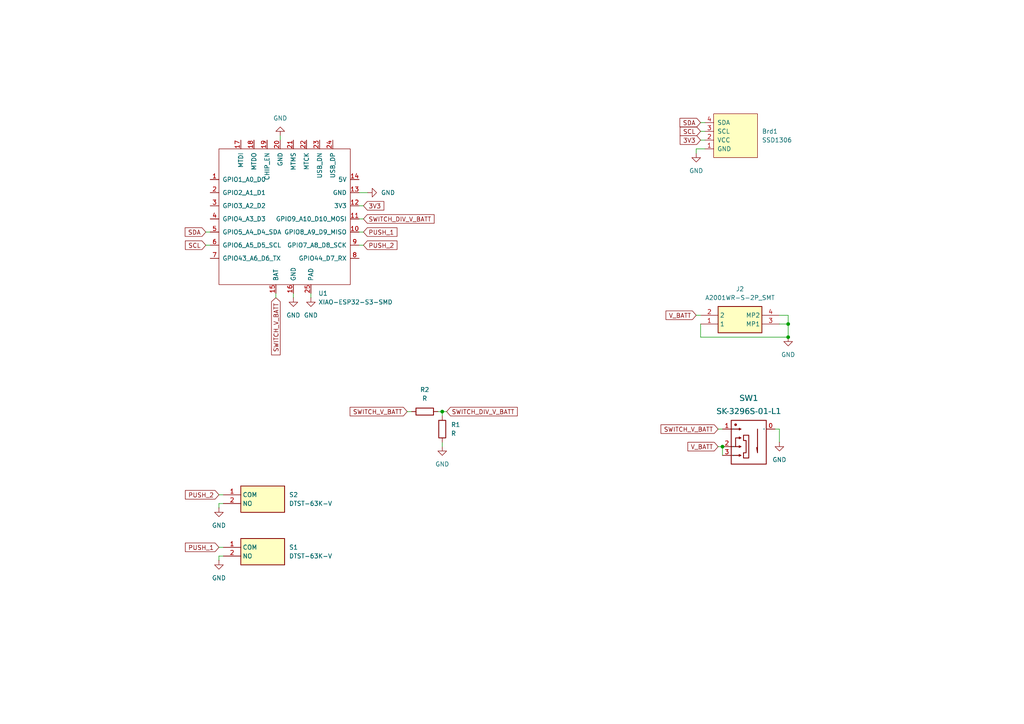
<source format=kicad_sch>
(kicad_sch (version 20250114) (generator "eeschema") (generator_version "9.0")
  (paper "A4")
  (lib_symbols
    (symbol "A2001WR-S-2P_SMT:A2001WR-S-2P_SMT"
      (property "Reference" "J" (at 19.05 7.62 0))
      (property "Value" "A2001WR-S-2P_SMT" (at 19.05 5.08 0))
      (symbol "A2001WR-S-2P_SMT_1_1"
        (rectangle (start 5.08 2.54) (end 17.78 -5.08) (stroke (width 0.254)) (fill (type background)))
        (pin passive line (at 0 0 0) (length 5.08) (name "2") (number "2"))
        (pin passive line (at 0 -2.54 0) (length 5.08) (name "1") (number "1"))
        (pin passive line (at 22.86 0 180) (length 5.08) (name "MP2") (number "4"))
        (pin passive line (at 22.86 -2.54 180) (length 5.08) (name "MP1") (number "3"))
      )
    )
    (symbol "DTST-63K-V:DTST-63K-V"
      (property "Reference" "S" (at 19.05 7.62 0))
      (property "Value" "DTST-63K-V" (at 19.05 5.08 0))
      (symbol "DTST-63K-V_1_1"
        (rectangle (start 5.08 2.54) (end 17.78 -5.08) (stroke (width 0.254)) (fill (type background)))
        (pin passive line (at 0 0 0) (length 5.08) (name "COM") (number "1"))
        (pin passive line (at 0 -2.54 0) (length 5.08) (name "NO") (number "2"))
      )
    )
    (symbol "Device:R" (pin_numbers (hide yes)) (pin_names (offset 0))
      (property "Reference" "R" (at 2.032 0 90))
      (property "Value" "R" (at 0 0 90))
      (symbol "R_0_1"
        (rectangle (start -1.016 -2.54) (end 1.016 2.54) (stroke (width 0.254)))
      )
      (symbol "R_1_1"
        (pin passive line (at 0 3.81 270) (length 1.27) (name "~") (number "1"))
        (pin passive line (at 0 -3.81 90) (length 1.27) (name "~") (number "2"))
      )
    )
    (symbol "SCH_Switch-XIAO:SK-3296S-01-L1"
      (property "Reference" "SW" (at -2.6162 10.0711 0))
      (property "Value" "SK-3296S-01-L1" (at -2.6162 7.6835 0))
      (symbol "SK-3296S-01-L1_0_0"
        (rectangle (start -5.08 5.08) (end 5.08 -7.62) (stroke (width 0.254)))
        (polyline (pts (xy -5.08 2.54) (xy -2.54 2.54)) (stroke (width 0.254)))
        (polyline (pts (xy -5.08 -2.54) (xy -2.54 -2.54)) (stroke (width 0.254)))
        (polyline (pts (xy -4.826 -5.08) (xy -2.54 -5.08)) (stroke (width 0.254)))
        (circle (center -3.81 3.81) (radius 0.254) (stroke (width 0.254)) (fill (type outline)))
        (polyline (pts (xy -3.81 -2.54) (xy -3.81 0) (xy -2.54 0)) (stroke (width 0.254)))
        (polyline (pts (xy -2.286 2.54) (xy -2.794 2.794)) (stroke (width 0.254)))
        (polyline (pts (xy -2.286 2.54) (xy -2.794 2.286)) (stroke (width 0.254)))
        (polyline (pts (xy -2.286 0) (xy -2.794 0.254)) (stroke (width 0.254)))
        (polyline (pts (xy -2.286 0) (xy -2.794 -0.254)) (stroke (width 0.254)))
        (polyline (pts (xy -2.286 -2.54) (xy -2.794 -2.286)) (stroke (width 0.254)))
        (polyline (pts (xy -2.286 -2.54) (xy -2.794 -2.794)) (stroke (width 0.254)))
        (polyline (pts (xy -2.286 -5.08) (xy -2.794 -4.826)) (stroke (width 0.254)))
        (polyline (pts (xy -2.286 -5.08) (xy -2.794 -5.334)) (stroke (width 0.254)))
        (polyline (pts (xy -1.524 0.762) (xy 0 0.762) (xy 0 -5.842) (xy -1.524 -5.842) (xy -1.524 -4.318) (xy -0.762 -4.318) (xy -0.762 -0.762) (xy -1.524 -0.762) (xy -1.524 0.762)) (stroke (width 0.254)))
        (polyline (pts (xy 2.54 2.54) (xy 2.54 -4.318) (xy 2.286 -2.794)) (stroke (width 0.254)))
        (pin unspecified line (at -7.62 2.54 0) (length 2.54) (name "1") (number "1"))
        (pin unspecified line (at -7.62 -2.54 0) (length 2.54) (name "2") (number "2"))
        (pin unspecified line (at -7.62 -5.08 0) (length 2.54) (name "3") (number "3"))
        (pin unspecified line (at 7.62 2.54 180) (length 2.54) (name "0") (number "0"))
      )
    )
    (symbol "SSD1306-128x64_OLED:SSD1306" (pin_names (offset 1.016))
      (property "Reference" "Brd" (at 0 -3.81 0))
      (property "Value" "SSD1306" (at 0 -1.27 0))
      (symbol "SSD1306_0_1"
        (rectangle (start -6.35 6.35) (end 6.35 -6.35) (fill (type background)))
      )
      (symbol "SSD1306_1_1"
        (pin input line (at -3.81 8.89 270) (length 2.54) (name "GND") (number "1"))
        (pin input line (at -1.27 8.89 270) (length 2.54) (name "VCC") (number "2"))
        (pin input line (at 1.27 8.89 270) (length 2.54) (name "SCL") (number "3"))
        (pin input line (at 3.81 8.89 270) (length 2.54) (name "SDA") (number "4"))
      )
    )
    (symbol "Seeed_Studio_XIAO_Series:XIAO-ESP32-S3-SMD" (pin_names (offset 1.016))
      (property "Reference" "U" (at -18.542 23.114 0))
      (property "Value" "XIAO-ESP32-S3-SMD" (at -8.382 21.336 0))
      (symbol "XIAO-ESP32-S3-SMD_0_1"
        (rectangle (start 19.05 -19.05) (end -19.05 20.32))
      )
      (symbol "XIAO-ESP32-S3-SMD_1_1"
        (pin passive line (at -21.59 11.43 0) (length 2.54) (name "GPIO1_A0_D0") (number "1"))
        (pin passive line (at -21.59 7.62 0) (length 2.54) (name "GPIO2_A1_D1") (number "2"))
        (pin passive line (at -21.59 3.81 0) (length 2.54) (name "GPIO3_A2_D2") (number "3"))
        (pin passive line (at -21.59 0 0) (length 2.54) (name "GPIO4_A3_D3") (number "4"))
        (pin passive line (at -21.59 -3.81 0) (length 2.54) (name "GPIO5_A4_D4_SDA") (number "5"))
        (pin passive line (at -21.59 -7.62 0) (length 2.54) (name "GPIO6_A5_D5_SCL") (number "6"))
        (pin passive line (at -21.59 -11.43 0) (length 2.54) (name "GPIO43_A6_D6_TX") (number "7"))
        (pin passive line (at -12.7 22.86 270) (length 2.54) (name "MTDI") (number "17"))
        (pin passive line (at -8.89 22.86 270) (length 2.54) (name "MTDO") (number "18"))
        (pin passive line (at -5.08 22.86 270) (length 2.54) (name "CHIP_EN") (number "19"))
        (pin passive line (at -2.54 -21.59 90) (length 2.54) (name "BAT") (number "15"))
        (pin passive line (at -1.27 22.86 270) (length 2.54) (name "GND") (number "20"))
        (pin passive line (at 2.54 22.86 270) (length 2.54) (name "MTMS") (number "21"))
        (pin passive line (at 2.54 -21.59 90) (length 2.54) (name "GND") (number "16"))
        (pin passive line (at 6.35 22.86 270) (length 2.54) (name "MTCK") (number "22"))
        (pin passive line (at 7.62 -21.59 90) (length 2.54) (name "PAD") (number "25"))
        (pin passive line (at 10.16 22.86 270) (length 2.54) (name "USB_DN") (number "23"))
        (pin passive line (at 13.97 22.86 270) (length 2.54) (name "USB_DP") (number "24"))
        (pin passive line (at 21.59 11.43 180) (length 2.54) (name "5V") (number "14"))
        (pin passive line (at 21.59 7.62 180) (length 2.54) (name "GND") (number "13"))
        (pin passive line (at 21.59 3.81 180) (length 2.54) (name "3V3") (number "12"))
        (pin passive line (at 21.59 0 180) (length 2.54) (name "GPIO9_A10_D10_MOSI") (number "11"))
        (pin passive line (at 21.59 -3.81 180) (length 2.54) (name "GPIO8_A9_D9_MISO") (number "10"))
        (pin passive line (at 21.59 -7.62 180) (length 2.54) (name "GPIO7_A8_D8_SCK") (number "9"))
        (pin passive line (at 21.59 -11.43 180) (length 2.54) (name "GPIO44_D7_RX") (number "8"))
      )
    )
    (symbol "power:GND" (power) (pin_numbers (hide yes)) (pin_names (offset 0) (hide yes))
      (property "Value" "GND" (at 0 -3.81 0))
      (symbol "GND_0_1"
        (polyline (pts (xy 0 0) (xy 0 -1.27) (xy 1.27 -1.27) (xy 0 -2.54) (xy -1.27 -1.27) (xy 0 -1.27)))
      )
      (symbol "GND_1_1"
        (pin power_in line (at 0 0 270) (length 0) (name "~") (number "1"))
      )
    )
  )
  (junction (at 209.55 129.54))
  (junction (at 228.6 93.98))
  (junction (at 228.6 97.79))
  (junction (at 128.27 119.38))
  (wire (pts (xy 128.27 119.38) (xy 129.54 119.38)))
  (wire (pts (xy 203.2 35.56) (xy 204.47 35.56)))
  (wire (pts (xy 80.01 85.09) (xy 80.01 86.36)))
  (wire (pts (xy 201.93 91.44) (xy 203.2 91.44)))
  (wire (pts (xy 118.11 119.38) (xy 119.38 119.38)))
  (wire (pts (xy 104.14 71.12) (xy 105.41 71.12)))
  (wire (pts (xy 104.14 63.5) (xy 105.41 63.5)))
  (wire (pts (xy 127 119.38) (xy 128.27 119.38)))
  (wire (pts (xy 104.14 67.31) (xy 105.41 67.31)))
  (wire (pts (xy 59.69 67.31) (xy 60.96 67.31)))
  (wire (pts (xy 208.28 129.54) (xy 209.55 129.54)))
  (wire (pts (xy 104.14 59.69) (xy 105.41 59.69)))
  (wire (pts (xy 59.69 71.12) (xy 60.96 71.12)))
  (wire (pts (xy 228.6 93.98) (xy 228.6 97.79)))
  (wire (pts (xy 90.17 85.09) (xy 90.17 86.36)))
  (wire (pts (xy 226.06 93.98) (xy 228.6 93.98)))
  (wire (pts (xy 128.27 119.38) (xy 128.27 120.65)))
  (wire (pts (xy 203.2 40.64) (xy 204.47 40.64)))
  (wire (pts (xy 63.5 146.05) (xy 63.5 147.32)))
  (wire (pts (xy 209.55 129.54) (xy 209.55 132.08)))
  (wire (pts (xy 81.28 39.37) (xy 81.28 40.64)))
  (wire (pts (xy 63.5 162.56) (xy 63.5 161.29)))
  (wire (pts (xy 63.5 158.75) (xy 64.77 158.75)))
  (wire (pts (xy 201.93 43.18) (xy 201.93 44.45)))
  (wire (pts (xy 85.09 85.09) (xy 85.09 86.36)))
  (wire (pts (xy 208.28 124.46) (xy 209.55 124.46)))
  (wire (pts (xy 228.6 91.44) (xy 228.6 93.98)))
  (wire (pts (xy 226.06 124.46) (xy 226.06 128.27)))
  (wire (pts (xy 128.27 128.27) (xy 128.27 129.54)))
  (wire (pts (xy 63.5 161.29) (xy 64.77 161.29)))
  (wire (pts (xy 104.14 55.88) (xy 106.68 55.88)))
  (wire (pts (xy 63.5 146.05) (xy 64.77 146.05)))
  (wire (pts (xy 204.47 43.18) (xy 201.93 43.18)))
  (wire (pts (xy 203.2 38.1) (xy 204.47 38.1)))
  (wire (pts (xy 203.2 97.79) (xy 228.6 97.79)))
  (wire (pts (xy 203.2 93.98) (xy 203.2 97.79)))
  (wire (pts (xy 226.06 91.44) (xy 228.6 91.44)))
  (wire (pts (xy 224.79 124.46) (xy 226.06 124.46)))
  (wire (pts (xy 63.5 143.51) (xy 64.77 143.51)))
  (global_label "SWITCH_DIV_V_BATT" (shape input) (at 129.54 119.38 0) (property "Intersheetrefs" "${INTERSHEET_REFS}" (effects (hide yes))))
  (global_label "SCL" (shape input) (at 59.69 71.12 180) (property "Intersheetrefs" "${INTERSHEET_REFS}" (effects (hide yes))))
  (global_label "3V3" (shape input) (at 203.2 40.64 180) (property "Intersheetrefs" "${INTERSHEET_REFS}" (effects (hide yes))))
  (global_label "PUSH_2" (shape input) (at 63.5 143.51 180) (property "Intersheetrefs" "${INTERSHEET_REFS}" (effects (hide yes))))
  (global_label "SCL" (shape input) (at 203.2 38.1 180) (property "Intersheetrefs" "${INTERSHEET_REFS}" (effects (hide yes))))
  (global_label "SDA" (shape input) (at 59.69 67.31 180) (property "Intersheetrefs" "${INTERSHEET_REFS}" (effects (hide yes))))
  (global_label "SDA" (shape input) (at 203.2 35.56 180) (property "Intersheetrefs" "${INTERSHEET_REFS}" (effects (hide yes))))
  (global_label "SWITCH_V_BATT" (shape input) (at 80.01 86.36 270) (property "Intersheetrefs" "${INTERSHEET_REFS}" (effects (hide yes))))
  (global_label "SWITCH_DIV_V_BATT" (shape input) (at 105.41 63.5 0) (property "Intersheetrefs" "${INTERSHEET_REFS}" (effects (hide yes))))
  (global_label "PUSH_1" (shape input) (at 105.41 67.31 0) (property "Intersheetrefs" "${INTERSHEET_REFS}" (effects (hide yes))))
  (global_label "PUSH_2" (shape input) (at 105.41 71.12 0) (property "Intersheetrefs" "${INTERSHEET_REFS}" (effects (hide yes))))
  (global_label "SWITCH_V_BATT" (shape input) (at 208.28 124.46 180) (property "Intersheetrefs" "${INTERSHEET_REFS}" (effects (hide yes))))
  (global_label "V_BATT" (shape input) (at 201.93 91.44 180) (property "Intersheetrefs" "${INTERSHEET_REFS}" (effects (hide yes))))
  (global_label "SWITCH_V_BATT" (shape input) (at 118.11 119.38 180) (property "Intersheetrefs" "${INTERSHEET_REFS}" (effects (hide yes))))
  (global_label "PUSH_1" (shape input) (at 63.5 158.75 180) (property "Intersheetrefs" "${INTERSHEET_REFS}" (effects (hide yes))))
  (global_label "3V3" (shape input) (at 105.41 59.69 0) (property "Intersheetrefs" "${INTERSHEET_REFS}" (effects (hide yes))))
  (global_label "V_BATT" (shape input) (at 208.28 129.54 180) (property "Intersheetrefs" "${INTERSHEET_REFS}" (effects (hide yes))))
  (symbol (lib_id "Seeed_Studio_XIAO_Series:XIAO-ESP32-S3-SMD") (at 82.55 63.5 0) (unit 1)
    (property "Reference" "U1" (at 92.3133 85.09 0) (effects (justify left)))
    (property "Value" "XIAO-ESP32-S3-SMD" (at 92.3133 87.63 0) (effects (justify left)))
    (property "Footprint" "Seeed Studio XIAO Series Library:XIAO-ESP32S3-SMD" (effects (hide yes)))
  )
  (symbol (lib_id "power:GND") (at 106.68 55.88 90) (unit 1)
    (property "Reference" "#PWR05" (effects (hide yes)))
    (property "Value" "GND" (at 110.49 55.8799 90) (effects (justify right)))
    (property "Description" "Power symbol creates a global label with name \"GND\" , ground" (effects (hide yes)))
  )
  (symbol (lib_id "power:GND") (at 85.09 86.36 0) (unit 1)
    (property "Reference" "#PWR06" (effects (hide yes)))
    (property "Value" "GND" (at 85.09 91.44 0))
    (property "Description" "Power symbol creates a global label with name \"GND\" , ground" (effects (hide yes)))
  )
  (symbol (lib_id "power:GND") (at 63.5 162.56 0) (unit 1)
    (property "Reference" "#PWR010" (effects (hide yes)))
    (property "Value" "GND" (at 63.5 167.64 0))
    (property "Description" "Power symbol creates a global label with name \"GND\" , ground" (effects (hide yes)))
  )
  (symbol (lib_id "A2001WR-S-2P_SMT:A2001WR-S-2P_SMT") (at 203.2 91.44 0) (unit 1)
    (property "Reference" "J2" (at 214.63 83.82 0))
    (property "Value" "A2001WR-S-2P_SMT" (at 214.63 86.36 0))
    (property "Footprint" "A2001WRS2PSMT" (effects (hide yes)))
    (property "Datasheet" "https://newhavendisplay.com/content/specs/A2001.pdf" (effects (hide yes)))
    (property "Description" "Number of Positions: 2 Position. Pitch: 2 mm (0.079 in). Number of Rows: 1 Row. Mounting Angle: Right Angle. Contact Gender: Pin (Male)." (effects (hide yes)))
    (property "Height" "5.75" (effects (hide yes)))
    (property "Mouser Part Number" "763-A2001WRS2P" (effects (hide yes)))
    (property "Mouser Price/Stock" "https://www.mouser.co.uk/ProductDetail/Newhaven-Display/A2001WR-S-2P-SMT?qs=gZXFycFWdAPUQzSaqn%252B%2FCg%3D%3D" (effects (hide yes)))
    (property "Manufacturer_Name" "Newhaven Display" (effects (hide yes)))
    (property "Manufacturer_Part_Number" "A2001WR-S-2P SMT" (effects (hide yes)))
  )
  (symbol (lib_id "power:GND") (at 81.28 39.37 180) (unit 1)
    (property "Reference" "#PWR04" (effects (hide yes)))
    (property "Value" "GND" (at 81.28 34.29 0))
    (property "Description" "Power symbol creates a global label with name \"GND\" , ground" (effects (hide yes)))
  )
  (symbol (lib_id "power:GND") (at 228.6 97.79 0) (unit 1)
    (property "Reference" "#PWR02" (effects (hide yes)))
    (property "Value" "GND" (at 228.6 102.87 0))
    (property "Description" "Power symbol creates a global label with name \"GND\" , ground" (effects (hide yes)))
  )
  (symbol (lib_id "SSD1306-128x64_OLED:SSD1306") (at 213.36 39.37 90) (unit 1)
    (property "Reference" "Brd1" (at 220.98 38.0999 90) (effects (justify right)))
    (property "Value" "SSD1306" (at 220.98 40.6399 90) (effects (justify right)))
    (property "Footprint" "SSD1306:128x64OLED" (effects (hide yes)))
    (property "Description" "SSD1306 OLED" (effects (hide yes)))
  )
  (symbol (lib_id "power:GND") (at 201.93 44.45 0) (unit 1)
    (property "Reference" "#PWR03" (effects (hide yes)))
    (property "Value" "GND" (at 201.93 49.53 0))
    (property "Description" "Power symbol creates a global label with name \"GND\" , ground" (effects (hide yes)))
  )
  (symbol (lib_id "Device:R") (at 123.19 119.38 90) (unit 1)
    (property "Reference" "R2" (at 123.19 113.03 90))
    (property "Value" "R" (at 123.19 115.57 90))
    (property "Footprint" "Resistor_SMD:R_0805_2012Metric_Pad1.20x1.40mm_HandSolder" (effects (hide yes)))
    (property "Description" "Resistor" (effects (hide yes)))
  )
  (symbol (lib_id "power:GND") (at 128.27 129.54 0) (unit 1)
    (property "Reference" "#PWR01" (effects (hide yes)))
    (property "Value" "GND" (at 128.27 134.62 0))
    (property "Description" "Power symbol creates a global label with name \"GND\" , ground" (effects (hide yes)))
  )
  (symbol (lib_id "DTST-63K-V:DTST-63K-V") (at 64.77 143.51 0) (unit 1)
    (property "Reference" "S2" (at 83.82 143.5099 0) (effects (justify left)))
    (property "Value" "DTST-63K-V" (at 83.82 146.0499 0) (effects (justify left)))
    (property "Footprint" "DTST63KV" (effects (hide yes)))
    (property "Datasheet" "https://www.weltroniker.de/DB-Pool/DIP_DTST6.pdf" (effects (hide yes)))
    (property "Description" "Tactile Switches Radial Taping 6*6" (effects (hide yes)))
    (property "Height" "7" (effects (hide yes)))
    (property "Manufacturer_Name" "Diptronics" (effects (hide yes)))
    (property "Manufacturer_Part_Number" "DTST-63K-V" (effects (hide yes)))
  )
  (symbol (lib_id "power:GND") (at 90.17 86.36 0) (unit 1)
    (property "Reference" "#PWR07" (effects (hide yes)))
    (property "Value" "GND" (at 90.17 91.44 0))
    (property "Description" "Power symbol creates a global label with name \"GND\" , ground" (effects (hide yes)))
  )
  (symbol (lib_id "DTST-63K-V:DTST-63K-V") (at 64.77 158.75 0) (unit 1)
    (property "Reference" "S1" (at 83.82 158.7499 0) (effects (justify left)))
    (property "Value" "DTST-63K-V" (at 83.82 161.2899 0) (effects (justify left)))
    (property "Footprint" "DTST63KV" (effects (hide yes)))
    (property "Datasheet" "https://www.weltroniker.de/DB-Pool/DIP_DTST6.pdf" (effects (hide yes)))
    (property "Description" "Tactile Switches Radial Taping 6*6" (effects (hide yes)))
    (property "Height" "7" (effects (hide yes)))
    (property "Manufacturer_Name" "Diptronics" (effects (hide yes)))
    (property "Manufacturer_Part_Number" "DTST-63K-V" (effects (hide yes)))
  )
  (symbol (lib_id "power:GND") (at 226.06 128.27 0) (unit 1)
    (property "Reference" "#PWR08" (effects (hide yes)))
    (property "Value" "GND" (at 226.06 133.35 0))
    (property "Description" "Power symbol creates a global label with name \"GND\" , ground" (effects (hide yes)))
  )
  (symbol (lib_id "power:GND") (at 63.5 147.32 0) (unit 1)
    (property "Reference" "#PWR09" (effects (hide yes)))
    (property "Value" "GND" (at 63.5 152.4 0))
    (property "Description" "Power symbol creates a global label with name \"GND\" , ground" (effects (hide yes)))
  )
  (symbol (lib_id "Device:R") (at 128.27 124.46 0) (unit 1)
    (property "Reference" "R1" (at 130.81 123.1899 0) (effects (justify left)))
    (property "Value" "R" (at 130.81 125.7299 0) (effects (justify left)))
    (property "Footprint" "Resistor_SMD:R_0805_2012Metric_Pad1.20x1.40mm_HandSolder" (effects (hide yes)))
    (property "Description" "Resistor" (effects (hide yes)))
  )
  (symbol (lib_id "SCH_Switch-XIAO:SK-3296S-01-L1") (at 217.17 127 0) (unit 1)
    (property "Reference" "SW1" (at 217.17 115.57 0) (effects (font (size 1.6891 1.6891))))
    (property "Value" "SK-3296S-01-L1" (at 217.17 119.38 0) (effects (font (size 1.6891 1.6891))))
    (property "Footprint" "Switch:SW-SMD_3P-P1.50_L2.7-W6.6" (effects (hide yes)))
    (property "Manufacturer Part" "SK-3296S-01-L1" (effects (hide yes)))
    (property "Manufacturer" "XKB Connectivity(中国星坤)" (effects (hide yes)))
    (property "Supplier Part" "C319020" (effects (hide yes)))
    (property "Supplier" "LCSC" (effects (hide yes)))
  )
)
</source>
